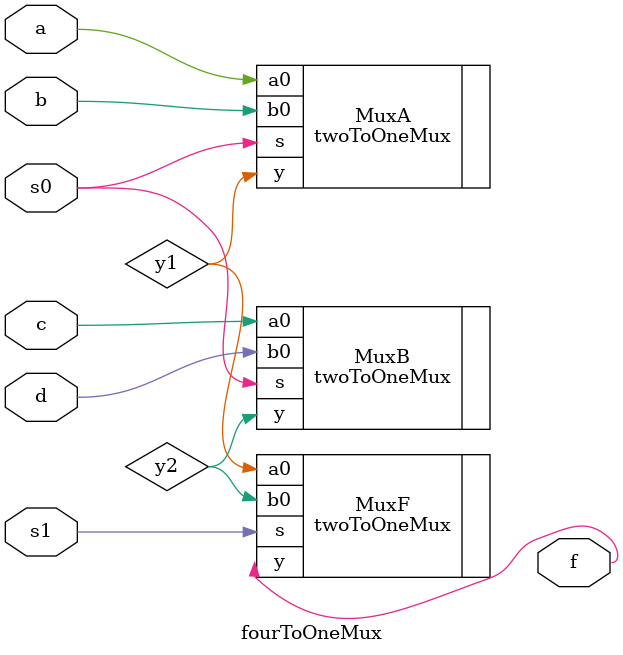
<source format=v>

module fourToOneMux (
    input a,b,c,d,s0,s1,
    output f
);
    wire y1, y2;
    twoToOneMux MuxA(.a0(a), .b0(b), .s(s0), .y(y1));
    twoToOneMux MuxB(.a0(c), .b0(d), .s(s0), .y(y2));
    twoToOneMux MuxF(.a0(y1), .b0(y2), .s(s1), .y(f));
    
endmodule
</source>
